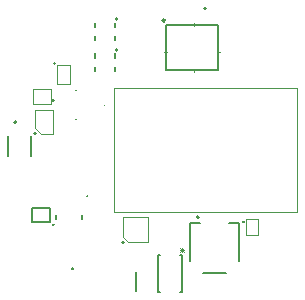
<source format=gto>
G04*
G04 #@! TF.GenerationSoftware,Altium Limited,Altium Designer,23.0.1 (38)*
G04*
G04 Layer_Color=65535*
%FSLAX25Y25*%
%MOIN*%
G70*
G04*
G04 #@! TF.SameCoordinates,78B848BC-93E4-4EEF-81BE-5096D5435DE8*
G04*
G04*
G04 #@! TF.FilePolarity,Positive*
G04*
G01*
G75*
%ADD10C,0.00600*%
%ADD11C,0.00394*%
%ADD12C,0.00787*%
%ADD13C,0.00984*%
%ADD14C,0.00500*%
%ADD15C,0.00524*%
%ADD16C,0.00487*%
%ADD17C,0.00400*%
%ADD18C,0.00300*%
%ADD19C,0.00221*%
%ADD20C,0.00100*%
D10*
X3800Y60400D02*
G03*
X3800Y60400I-400J0D01*
G01*
X66692Y97987D02*
G03*
X66616Y97981I-61J294D01*
G01*
X8550Y49125D02*
Y55675D01*
X1050Y49125D02*
Y55675D01*
X50850Y16250D02*
X51540D01*
X58260D02*
X58950D01*
Y3850D02*
Y16250D01*
X50850Y3850D02*
X51540D01*
X50850D02*
Y16250D01*
X58260Y3850D02*
X58950D01*
X53537Y77732D02*
Y92931D01*
X71037D01*
Y77732D02*
Y92931D01*
X53537Y77732D02*
X71037D01*
D11*
X23903Y70862D02*
G03*
X23509Y70862I-197J0D01*
G01*
D02*
G03*
X23903Y70862I197J0D01*
G01*
X33291Y66138D02*
G03*
X32897Y66138I-197J0D01*
G01*
D02*
G03*
X33291Y66138I197J0D01*
G01*
X23357Y61387D02*
G03*
X23750Y61387I197J0D01*
G01*
D02*
G03*
X23357Y61387I-197J0D01*
G01*
X16800Y80000D02*
G03*
X16800Y80000I-400J0D01*
G01*
X16500D02*
G03*
X16500Y80000I-100J0D01*
G01*
X39335Y22138D02*
X41138Y20335D01*
X47665D01*
Y28665D01*
X39335D02*
X47665D01*
X39335Y22138D02*
Y28665D01*
X97477Y30456D02*
Y51125D01*
X36454Y30456D02*
X97477D01*
X36454D02*
Y71794D01*
X97477D01*
Y51125D02*
Y71794D01*
D12*
X37594Y94800D02*
G03*
X37594Y94800I-394J0D01*
G01*
Y84500D02*
G03*
X37594Y84500I-394J0D01*
G01*
X27400Y35900D02*
G03*
X27400Y35900I-200J0D01*
G01*
X64682Y28736D02*
G03*
X64682Y28736I-394J0D01*
G01*
X39728Y20335D02*
G03*
X39728Y20335I-394J0D01*
G01*
X10382Y56604D02*
G03*
X10382Y56604I-394J0D01*
G01*
X43800Y4150D02*
Y10450D01*
D13*
X22530Y11579D02*
G03*
X22530Y11579I-23J0D01*
G01*
X16100Y26200D02*
G03*
X16100Y26200I-200J0D01*
G01*
X79523Y27200D02*
G03*
X79523Y27200I-23J0D01*
G01*
X16139Y67679D02*
G03*
X16139Y67679I-31J0D01*
G01*
X53381Y94432D02*
G03*
X53381Y94432I-394J0D01*
G01*
D14*
X17069Y28209D02*
Y29391D01*
X25731Y28209D02*
Y29391D01*
X29853Y87747D02*
Y89125D01*
X36546Y87747D02*
Y89125D01*
X29853Y92275D02*
Y93653D01*
X36546Y92275D02*
Y93653D01*
Y81975D02*
Y83353D01*
X29853Y81975D02*
Y83353D01*
X36546Y77447D02*
Y78825D01*
X29853Y77447D02*
Y78825D01*
X61532Y26965D02*
X64879D01*
X61532Y14169D02*
Y26965D01*
X74721D02*
X78068D01*
Y14169D02*
Y26965D01*
X65863Y10035D02*
X73737D01*
D15*
X8900Y27000D02*
X15100D01*
X8900D02*
Y31800D01*
X15100D01*
Y27000D02*
Y31800D01*
D16*
X9988Y58631D02*
X12016Y56604D01*
X16012D01*
Y64596D01*
X9988D02*
X16012D01*
X9988Y58631D02*
Y64596D01*
D17*
X17200Y73100D02*
X21600D01*
X17200D02*
Y79500D01*
X21600Y73100D02*
Y79500D01*
X17200D02*
X21600D01*
D18*
X80300Y22800D02*
Y28200D01*
X84369Y22800D02*
Y28200D01*
X80300Y22800D02*
X84369D01*
X80300Y28200D02*
X84369D01*
X59640Y18550D02*
X58328Y17238D01*
Y18550D02*
X59640Y17238D01*
X58984Y18550D02*
Y17238D01*
X58328Y17894D02*
X59640D01*
D19*
X9308Y66540D02*
X15308D01*
Y71540D01*
X9308Y66540D02*
Y71540D01*
X15308D01*
D20*
X63074Y77232D02*
Y78232D01*
Y92431D02*
Y93432D01*
X70537Y83757D02*
X71537D01*
X53037D02*
X54037D01*
M02*

</source>
